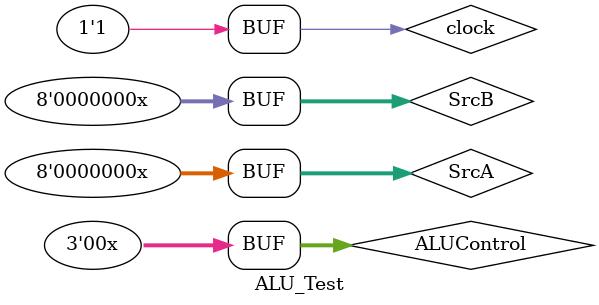
<source format=v>
`timescale 1ns / 1ps


module ALU_Test;

	// Inputs
	reg [7:0] SrcA;
	reg [7:0] SrcB;
	reg [2:0] ALUControl;
	reg clock;

	// Outputs
	wire [7:0] ALUResult;
	wire Zero;
	
	// CLOCK
	parameter PERIOD = 100;

   always begin
      clock = 1'b0;
      #(PERIOD/2) clock = 1'b1;
      #(PERIOD/2);
   end  

	// Instantiate the Unit Under Test (UUT)
	ALU uut (
		.ALUResult(ALUResult), 
		.Zero(Zero), 
		.SrcA(SrcA), 
		.SrcB(SrcB), 
		.ALUControl(ALUControl), 
		.clock(clock)
	);

	initial begin
		/************************Checking the add functionality************************/
		//Iteration Number 1
		//Initialize Inputs
		SrcA = 193;
		SrcB = 25;
		ALUControl = 3'b010;
		// Wait 100 ns for global reset to finish
		#100;

		//Iteration Number 2
		//Initialize Inputs
		SrcA = 118;
		SrcB = 193;
		ALUControl = 3'b010;
		// Wait 100 ns for global reset to finish
		#100;

		//Iteration Number 3
		//Initialize Inputs
		SrcA = 117;
		SrcB = 204;
		ALUControl = 3'b010;
		// Wait 100 ns for global reset to finish
		#100;

		//Iteration Number 4
		//Initialize Inputs
		SrcA = 150;
		SrcB = 5;
		ALUControl = 3'b010;
		// Wait 100 ns for global reset to finish
		#100;

		//Iteration Number 5
		//Initialize Inputs
		SrcA = 48;
		SrcB = 103;
		ALUControl = 3'b010;
		// Wait 100 ns for global reset to finish
		#100;

		//Iteration Number 6
		//Initialize Inputs
		SrcA = 248;
		SrcB = 143;
		ALUControl = 3'b010;
		// Wait 100 ns for global reset to finish
		#100;

		//Iteration Number 7
		//Initialize Inputs
		SrcA = 252;
		SrcB = 120;
		ALUControl = 3'b010;
		// Wait 100 ns for global reset to finish
		#100;

		//Iteration Number 8
		//Initialize Inputs
		SrcA = 205;
		SrcB = 37;
		ALUControl = 3'b010;
		// Wait 100 ns for global reset to finish
		#100;

		//Iteration Number 9
		//Initialize Inputs
		SrcA = 30;
		SrcB = 31;
		ALUControl = 3'b010;
		// Wait 100 ns for global reset to finish
		#100;

		//Iteration Number 10
		//Initialize Inputs
		SrcA = 92;
		SrcB = 0;
		ALUControl = 3'b010;
		// Wait 100 ns for global reset to finish
		#100;

		//Iteration Number 11
		//Initialize Inputs
		SrcA = 26;
		SrcB = 118;
		ALUControl = 3'b010;
		// Wait 100 ns for global reset to finish
		#100;

		//Iteration Number 12
		//Initialize Inputs
		SrcA = 204;
		SrcB = 92;
		ALUControl = 3'b010;
		// Wait 100 ns for global reset to finish
		#100;

		//Iteration Number 13
		//Initialize Inputs
		SrcA = 57;
		SrcB = 78;
		ALUControl = 3'b010;
		// Wait 100 ns for global reset to finish
		#100;

		//Iteration Number 14
		//Initialize Inputs
		SrcA = 85;
		SrcB = 173;
		ALUControl = 3'b010;
		// Wait 100 ns for global reset to finish
		#100;

		//Iteration Number 15
		//Initialize Inputs
		SrcA = 237;
		SrcB = 72;
		ALUControl = 3'b010;
		// Wait 100 ns for global reset to finish
		#100;

		//Iteration Number 16
		//Initialize Inputs
		SrcA = 193;
		SrcB = 2;
		ALUControl = 3'b010;
		// Wait 100 ns for global reset to finish
		#100;

		//Iteration Number 17
		//Initialize Inputs
		SrcA = 29;
		SrcB = 38;
		ALUControl = 3'b010;
		// Wait 100 ns for global reset to finish
		#100;

		//Iteration Number 18
		//Initialize Inputs
		SrcA = 32;
		SrcB = 7;
		ALUControl = 3'b010;
		// Wait 100 ns for global reset to finish
		#100;

		//Iteration Number 19
		//Initialize Inputs
		SrcA = 66;
		SrcB = 234;
		ALUControl = 3'b010;
		// Wait 100 ns for global reset to finish
		#100;

		//Iteration Number 20
		//Initialize Inputs
		SrcA = 104;
		SrcB = 145;
		ALUControl = 3'b010;
		// Wait 100 ns for global reset to finish
		#100;
		
		//Waiting
		SrcA = 1'bx;
		SrcB = 1'bx;
		ALUControl = 1'bx;
		// Wait 100 ns for global reset to finish
		#100;

		/***************************Checking the subtraction functionality***********************/
		//Iteration Number 1
		//Initialize Inputs
		SrcA = 138;
		SrcB = 108;
		ALUControl = 3'b110;
		// Wait 100 ns for global reset to finish
		#100;

		//Iteration Number 2
		//Initialize Inputs
		SrcA = 170;
		SrcB = 3;
		ALUControl = 3'b110;
		// Wait 100 ns for global reset to finish
		#100;

		//Iteration Number 3
		//Initialize Inputs
		SrcA = 117;
		SrcB = 165;
		ALUControl = 3'b110;
		// Wait 100 ns for global reset to finish
		#100;

		//Iteration Number 4
		//Initialize Inputs
		SrcA = 169;
		SrcB = 12;
		ALUControl = 3'b110;
		// Wait 100 ns for global reset to finish
		#100;

		//Iteration Number 5
		//Initialize Inputs
		SrcA = 181;
		SrcB = 181;
		ALUControl = 3'b110;
		// Wait 100 ns for global reset to finish
		#100;

		//Iteration Number 6
		//Initialize Inputs
		SrcA = 228;
		SrcB = 95;
		ALUControl = 3'b110;
		// Wait 100 ns for global reset to finish
		#100;

		//Iteration Number 7
		//Initialize Inputs
		SrcA = 7;
		SrcB = 19;
		ALUControl = 3'b110;
		// Wait 100 ns for global reset to finish
		#100;

		//Iteration Number 8
		//Initialize Inputs
		SrcA = 96;
		SrcB = 126;
		ALUControl = 3'b110;
		// Wait 100 ns for global reset to finish
		#100;

		//Iteration Number 9
		//Initialize Inputs
		SrcA = 107;
		SrcB = 35;
		ALUControl = 3'b110;
		// Wait 100 ns for global reset to finish
		#100;

		//Iteration Number 10
		//Initialize Inputs
		SrcA = 15;
		SrcB = 144;
		ALUControl = 3'b110;
		// Wait 100 ns for global reset to finish
		#100;

		//Iteration Number 11
		//Initialize Inputs
		SrcA = 118;
		SrcB = 222;
		ALUControl = 3'b110;
		// Wait 100 ns for global reset to finish
		#100;

		//Iteration Number 12
		//Initialize Inputs
		SrcA = 55;
		SrcB = 140;
		ALUControl = 3'b110;
		// Wait 100 ns for global reset to finish
		#100;

		//Iteration Number 13
		//Initialize Inputs
		SrcA = 93;
		SrcB = 226;
		ALUControl = 3'b110;
		// Wait 100 ns for global reset to finish
		#100;

		//Iteration Number 14
		//Initialize Inputs
		SrcA = 228;
		SrcB = 65;
		ALUControl = 3'b110;
		// Wait 100 ns for global reset to finish
		#100;

		//Iteration Number 15
		//Initialize Inputs
		SrcA = 95;
		SrcB = 54;
		ALUControl = 3'b110;
		// Wait 100 ns for global reset to finish
		#100;

		//Iteration Number 16
		//Initialize Inputs
		SrcA = 234;
		SrcB = 105;
		ALUControl = 3'b110;
		// Wait 100 ns for global reset to finish
		#100;

		//Iteration Number 17
		//Initialize Inputs
		SrcA = 99;
		SrcB = 229;
		ALUControl = 3'b110;
		// Wait 100 ns for global reset to finish
		#100;

		//Iteration Number 18
		//Initialize Inputs
		SrcA = 253;
		SrcB = 212;
		ALUControl = 3'b110;
		// Wait 100 ns for global reset to finish
		#100;

		//Iteration Number 19
		//Initialize Inputs
		SrcA = 0;
		SrcB = 147;
		ALUControl = 3'b110;
		// Wait 100 ns for global reset to finish
		#100;

		//Iteration Number 20
		//Initialize Inputs
		SrcA = 94;
		SrcB = 182;
		ALUControl = 3'b110;
		// Wait 100 ns for global reset to finish
		#100;
		
		//Waiting
		SrcA = 1'bx;
		SrcB = 1'bx;
		ALUControl = 1'bx;
		// Wait 100 ns for global reset to finish
		#100;
		
		/***************************Checking the AND functionality***********************/
		//Iteration Number 1
		//Initialize Inputs
		SrcA = 18;
		SrcB = 70;
		ALUControl = 3'b000;
		// Wait 100 ns for global reset to finish
		#100;

		//Iteration Number 2
		//Initialize Inputs
		SrcA = 182;
		SrcB = 49;
		ALUControl = 3'b000;
		// Wait 100 ns for global reset to finish
		#100;

		//Iteration Number 3
		//Initialize Inputs
		SrcA = 120;
		SrcB = 32;
		ALUControl = 3'b000;
		// Wait 100 ns for global reset to finish
		#100;

		//Iteration Number 4
		//Initialize Inputs
		SrcA = 227;
		SrcB = 115;
		ALUControl = 3'b000;
		// Wait 100 ns for global reset to finish
		#100;

		//Iteration Number 5
		//Initialize Inputs
		SrcA = 130;
		SrcB = 115;
		ALUControl = 3'b000;
		// Wait 100 ns for global reset to finish
		#100;

		//Iteration Number 6
		//Initialize Inputs
		SrcA = 217;
		SrcB = 119;
		ALUControl = 3'b000;
		// Wait 100 ns for global reset to finish
		#100;

		//Iteration Number 7
		//Initialize Inputs
		SrcA = 255;
		SrcB = 104;
		ALUControl = 3'b000;
		// Wait 100 ns for global reset to finish
		#100;

		//Iteration Number 8
		//Initialize Inputs
		SrcA = 107;
		SrcB = 106;
		ALUControl = 3'b000;
		// Wait 100 ns for global reset to finish
		#100;

		//Iteration Number 9
		//Initialize Inputs
		SrcA = 46;
		SrcB = 137;
		ALUControl = 3'b000;
		// Wait 100 ns for global reset to finish
		#100;

		//Iteration Number 10
		//Initialize Inputs
		SrcA = 111;
		SrcB = 190;
		ALUControl = 3'b000;
		// Wait 100 ns for global reset to finish
		#100;
		
		//Waiting
		SrcA = 1'bx;
		SrcB = 1'bx;
		ALUControl = 1'bx;
		// Wait 100 ns for global reset to finish
		#100;
		
		/***************************Checking the OR functionality***********************/
		//Iteration Number 1
		//Initialize Inputs
		SrcA = 143;
		SrcB = 48;
		ALUControl = 3'b001;
		// Wait 100 ns for global reset to finish
		#100;

		//Iteration Number 2
		//Initialize Inputs
		SrcA = 169;
		SrcB = 205;
		ALUControl = 3'b001;
		// Wait 100 ns for global reset to finish
		#100;

		//Iteration Number 3
		//Initialize Inputs
		SrcA = 14;
		SrcB = 210;
		ALUControl = 3'b001;
		// Wait 100 ns for global reset to finish
		#100;

		//Iteration Number 4
		//Initialize Inputs
		SrcA = 123;
		SrcB = 135;
		ALUControl = 3'b001;
		// Wait 100 ns for global reset to finish
		#100;

		//Iteration Number 5
		//Initialize Inputs
		SrcA = 252;
		SrcB = 253;
		ALUControl = 3'b001;
		// Wait 100 ns for global reset to finish
		#100;

		//Iteration Number 6
		//Initialize Inputs
		SrcA = 107;
		SrcB = 189;
		ALUControl = 3'b001;
		// Wait 100 ns for global reset to finish
		#100;

		//Iteration Number 7
		//Initialize Inputs
		SrcA = 125;
		SrcB = 22;
		ALUControl = 3'b001;
		// Wait 100 ns for global reset to finish
		#100;

		//Iteration Number 8
		//Initialize Inputs
		SrcA = 112;
		SrcB = 187;
		ALUControl = 3'b001;
		// Wait 100 ns for global reset to finish
		#100;

		//Iteration Number 9
		//Initialize Inputs
		SrcA = 101;
		SrcB = 255;
		ALUControl = 3'b001;
		// Wait 100 ns for global reset to finish
		#100;

		//Iteration Number 10
		//Initialize Inputs
		SrcA = 184;
		SrcB = 137;
		ALUControl = 3'b001;
		// Wait 100 ns for global reset to finish
		#100;
		
		//Waiting
		SrcA = 1'bx;
		SrcB = 1'bx;
		ALUControl = 1'bx;
		// Wait 100 ns for global reset to finish
		#100;	
		
		/***************************Checking the SLT functionality***********************/
		//Iteration Number 1
		//Initialize Inputs
		SrcA = 179;
		SrcB = 45;
		ALUControl = 3'b111;
		// Wait 100 ns for global reset to finish
		#100;

		//Iteration Number 2
		//Initialize Inputs
		SrcA = 58;
		SrcB = 151;
		ALUControl = 3'b111;
		// Wait 100 ns for global reset to finish
		#100;

		//Iteration Number 3
		//Initialize Inputs
		SrcA = 89;
		SrcB = 93;
		ALUControl = 3'b111;
		// Wait 100 ns for global reset to finish
		#100;

		//Iteration Number 4
		//Initialize Inputs
		SrcA = 101;
		SrcB = 120;
		ALUControl = 3'b111;
		// Wait 100 ns for global reset to finish
		#100;

		//Iteration Number 5
		//Initialize Inputs
		SrcA = 112;
		SrcB = 18;
		ALUControl = 3'b111;
		// Wait 100 ns for global reset to finish
		#100;

		//Iteration Number 6
		//Initialize Inputs
		SrcA = 125;
		SrcB = 213;
		ALUControl = 3'b111;
		// Wait 100 ns for global reset to finish
		#100;

		//Iteration Number 7
		//Initialize Inputs
		SrcA = 226;
		SrcB = 19;
		ALUControl = 3'b111;
		// Wait 100 ns for global reset to finish
		#100;

		//Iteration Number 8
		//Initialize Inputs
		SrcA = 246;
		SrcB = 84;
		ALUControl = 3'b111;
		// Wait 100 ns for global reset to finish
		#100;

		//Iteration Number 9
		//Initialize Inputs
		SrcA = 36;
		SrcB = 148;
		ALUControl = 3'b111;
		// Wait 100 ns for global reset to finish
		#100;

		//Iteration Number 10
		//Initialize Inputs
		SrcA = 2;
		SrcB = 75;
		ALUControl = 3'b111;
		// Wait 100 ns for global reset to finish
		#100;
		
		//Waiting
		SrcA = 1'bx;
		SrcB = 1'bx;
		ALUControl = 1'bx;
		// Wait 100 ns for global reset to finish
		#100;	
       		

	end
      
endmodule


</source>
